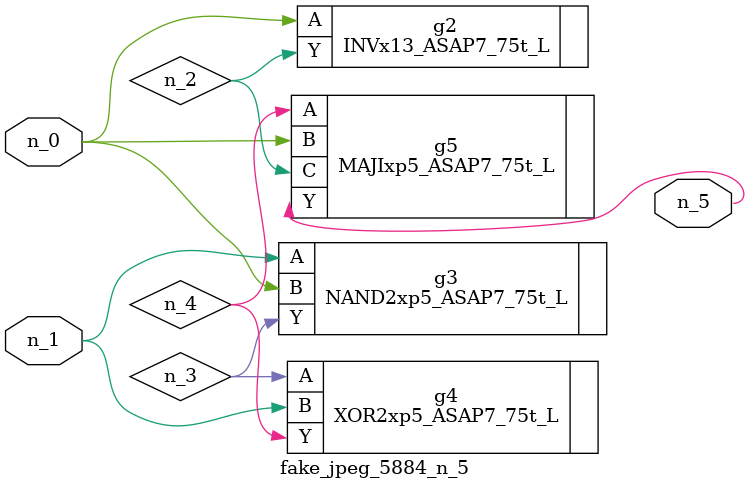
<source format=v>
module fake_jpeg_5884_n_5 (n_0, n_1, n_5);

input n_0;
input n_1;

output n_5;

wire n_2;
wire n_3;
wire n_4;

INVx13_ASAP7_75t_L g2 ( 
.A(n_0),
.Y(n_2)
);

NAND2xp5_ASAP7_75t_L g3 ( 
.A(n_1),
.B(n_0),
.Y(n_3)
);

XOR2xp5_ASAP7_75t_L g4 ( 
.A(n_3),
.B(n_1),
.Y(n_4)
);

MAJIxp5_ASAP7_75t_L g5 ( 
.A(n_4),
.B(n_0),
.C(n_2),
.Y(n_5)
);


endmodule
</source>
